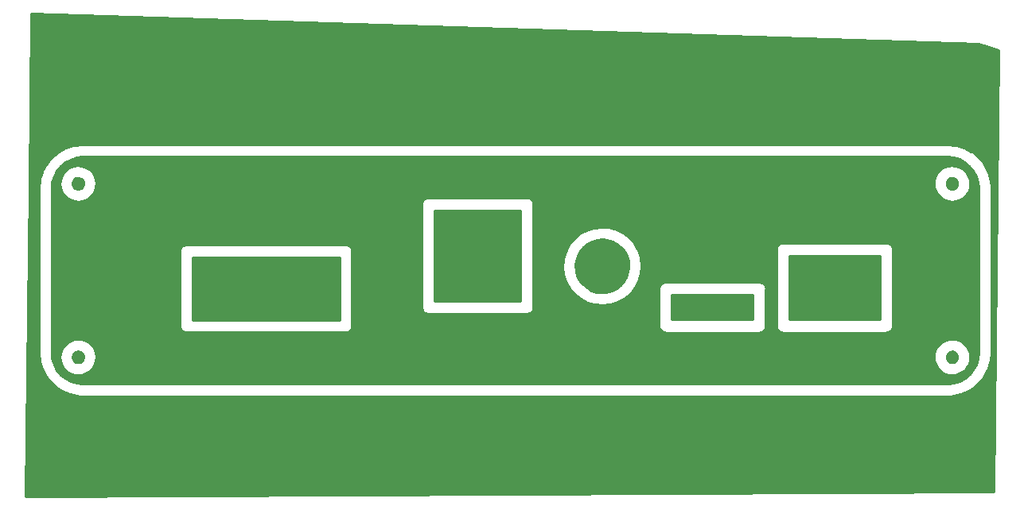
<source format=gbr>
%TF.GenerationSoftware,KiCad,Pcbnew,5.0.2+dfsg1-1*%
%TF.CreationDate,2021-08-12T08:10:28+08:00*%
%TF.ProjectId,shell_1,7368656c-6c5f-4312-9e6b-696361645f70,rev?*%
%TF.SameCoordinates,Original*%
%TF.FileFunction,Copper,L2,Bot*%
%TF.FilePolarity,Positive*%
%FSLAX46Y46*%
G04 Gerber Fmt 4.6, Leading zero omitted, Abs format (unit mm)*
G04 Created by KiCad (PCBNEW 5.0.2+dfsg1-1) date 2021年08月12日 星期四 08时10分28秒*
%MOMM*%
%LPD*%
G01*
G04 APERTURE LIST*
%TA.AperFunction,NonConductor*%
%ADD10C,0.254000*%
%TD*%
G04 APERTURE END LIST*
D10*
G36*
X199369227Y-88619997D02*
X201446384Y-89247975D01*
X200940748Y-136373217D01*
X97918512Y-136879967D01*
X98306096Y-103967582D01*
X99340000Y-103967582D01*
X99340001Y-121532419D01*
X99342988Y-121562744D01*
X99342813Y-121587743D01*
X99343713Y-121596914D01*
X99425315Y-122373302D01*
X99437338Y-122431871D01*
X99448551Y-122490657D01*
X99451215Y-122499479D01*
X99682063Y-123245229D01*
X99705238Y-123300359D01*
X99727652Y-123355838D01*
X99731979Y-123363974D01*
X100103282Y-124050684D01*
X100136727Y-124100268D01*
X100169487Y-124150331D01*
X100175311Y-124157472D01*
X100672924Y-124758983D01*
X100715376Y-124801140D01*
X100757223Y-124843873D01*
X100764318Y-124849741D01*
X100764324Y-124849747D01*
X100764331Y-124849751D01*
X101369294Y-125343148D01*
X101419087Y-125376230D01*
X101468476Y-125410048D01*
X101476583Y-125414430D01*
X102165867Y-125780930D01*
X102221182Y-125803729D01*
X102276154Y-125827290D01*
X102284957Y-125830015D01*
X103032302Y-126055652D01*
X103091011Y-126067277D01*
X103149494Y-126079708D01*
X103158657Y-126080671D01*
X103158659Y-126080671D01*
X103935596Y-126156850D01*
X103935598Y-126156850D01*
X103967581Y-126160000D01*
X196032419Y-126160000D01*
X196062753Y-126157012D01*
X196087743Y-126157187D01*
X196096914Y-126156287D01*
X196873302Y-126074685D01*
X196931871Y-126062662D01*
X196990657Y-126051449D01*
X196999479Y-126048785D01*
X197745229Y-125817937D01*
X197800359Y-125794762D01*
X197855838Y-125772348D01*
X197863974Y-125768021D01*
X198550684Y-125396718D01*
X198600268Y-125363273D01*
X198650331Y-125330513D01*
X198657472Y-125324689D01*
X199258983Y-124827076D01*
X199301140Y-124784624D01*
X199343873Y-124742777D01*
X199349741Y-124735682D01*
X199349747Y-124735676D01*
X199349751Y-124735669D01*
X199843148Y-124130706D01*
X199876230Y-124080913D01*
X199910048Y-124031524D01*
X199914430Y-124023417D01*
X200280930Y-123334133D01*
X200303729Y-123278818D01*
X200327290Y-123223846D01*
X200330015Y-123215043D01*
X200555652Y-122467698D01*
X200567277Y-122408989D01*
X200579708Y-122350506D01*
X200580671Y-122341341D01*
X200656850Y-121564404D01*
X200656850Y-121564402D01*
X200660000Y-121532419D01*
X200660000Y-103967581D01*
X200657012Y-103937247D01*
X200657187Y-103912257D01*
X200656287Y-103903086D01*
X200574685Y-103126699D01*
X200562658Y-103068106D01*
X200551448Y-103009342D01*
X200548785Y-103000520D01*
X200317937Y-102254771D01*
X200294749Y-102199608D01*
X200272347Y-102144162D01*
X200268021Y-102136026D01*
X199896718Y-101449316D01*
X199863279Y-101399741D01*
X199830514Y-101349670D01*
X199824689Y-101342529D01*
X199327076Y-100741017D01*
X199284621Y-100698858D01*
X199242776Y-100656127D01*
X199235676Y-100650253D01*
X198630705Y-100156852D01*
X198580904Y-100123764D01*
X198531524Y-100089953D01*
X198523418Y-100085570D01*
X197834133Y-99719071D01*
X197778839Y-99696280D01*
X197723846Y-99672710D01*
X197715043Y-99669985D01*
X196967698Y-99444348D01*
X196908995Y-99432725D01*
X196850506Y-99420292D01*
X196841342Y-99419329D01*
X196064404Y-99343150D01*
X196064402Y-99343150D01*
X196032419Y-99340000D01*
X103967581Y-99340000D01*
X103937247Y-99342988D01*
X103912257Y-99342813D01*
X103903086Y-99343713D01*
X103126699Y-99425315D01*
X103068106Y-99437342D01*
X103009342Y-99448552D01*
X103000520Y-99451215D01*
X102254771Y-99682063D01*
X102199608Y-99705251D01*
X102144162Y-99727653D01*
X102136026Y-99731979D01*
X101449316Y-100103282D01*
X101399741Y-100136721D01*
X101349670Y-100169486D01*
X101342529Y-100175311D01*
X100741017Y-100672924D01*
X100698863Y-100715374D01*
X100656127Y-100757224D01*
X100650253Y-100764324D01*
X100156852Y-101369295D01*
X100123764Y-101419096D01*
X100089953Y-101468476D01*
X100085570Y-101476582D01*
X99719071Y-102165867D01*
X99696280Y-102221161D01*
X99672710Y-102276154D01*
X99669985Y-102284957D01*
X99444348Y-103032302D01*
X99432725Y-103091005D01*
X99420292Y-103149494D01*
X99419329Y-103158658D01*
X99343150Y-103935596D01*
X99340000Y-103967582D01*
X98306096Y-103967582D01*
X98525065Y-85373505D01*
X199369227Y-88619997D01*
X199369227Y-88619997D01*
G37*
X199369227Y-88619997D02*
X201446384Y-89247975D01*
X200940748Y-136373217D01*
X97918512Y-136879967D01*
X98306096Y-103967582D01*
X99340000Y-103967582D01*
X99340001Y-121532419D01*
X99342988Y-121562744D01*
X99342813Y-121587743D01*
X99343713Y-121596914D01*
X99425315Y-122373302D01*
X99437338Y-122431871D01*
X99448551Y-122490657D01*
X99451215Y-122499479D01*
X99682063Y-123245229D01*
X99705238Y-123300359D01*
X99727652Y-123355838D01*
X99731979Y-123363974D01*
X100103282Y-124050684D01*
X100136727Y-124100268D01*
X100169487Y-124150331D01*
X100175311Y-124157472D01*
X100672924Y-124758983D01*
X100715376Y-124801140D01*
X100757223Y-124843873D01*
X100764318Y-124849741D01*
X100764324Y-124849747D01*
X100764331Y-124849751D01*
X101369294Y-125343148D01*
X101419087Y-125376230D01*
X101468476Y-125410048D01*
X101476583Y-125414430D01*
X102165867Y-125780930D01*
X102221182Y-125803729D01*
X102276154Y-125827290D01*
X102284957Y-125830015D01*
X103032302Y-126055652D01*
X103091011Y-126067277D01*
X103149494Y-126079708D01*
X103158657Y-126080671D01*
X103158659Y-126080671D01*
X103935596Y-126156850D01*
X103935598Y-126156850D01*
X103967581Y-126160000D01*
X196032419Y-126160000D01*
X196062753Y-126157012D01*
X196087743Y-126157187D01*
X196096914Y-126156287D01*
X196873302Y-126074685D01*
X196931871Y-126062662D01*
X196990657Y-126051449D01*
X196999479Y-126048785D01*
X197745229Y-125817937D01*
X197800359Y-125794762D01*
X197855838Y-125772348D01*
X197863974Y-125768021D01*
X198550684Y-125396718D01*
X198600268Y-125363273D01*
X198650331Y-125330513D01*
X198657472Y-125324689D01*
X199258983Y-124827076D01*
X199301140Y-124784624D01*
X199343873Y-124742777D01*
X199349741Y-124735682D01*
X199349747Y-124735676D01*
X199349751Y-124735669D01*
X199843148Y-124130706D01*
X199876230Y-124080913D01*
X199910048Y-124031524D01*
X199914430Y-124023417D01*
X200280930Y-123334133D01*
X200303729Y-123278818D01*
X200327290Y-123223846D01*
X200330015Y-123215043D01*
X200555652Y-122467698D01*
X200567277Y-122408989D01*
X200579708Y-122350506D01*
X200580671Y-122341341D01*
X200656850Y-121564404D01*
X200656850Y-121564402D01*
X200660000Y-121532419D01*
X200660000Y-103967581D01*
X200657012Y-103937247D01*
X200657187Y-103912257D01*
X200656287Y-103903086D01*
X200574685Y-103126699D01*
X200562658Y-103068106D01*
X200551448Y-103009342D01*
X200548785Y-103000520D01*
X200317937Y-102254771D01*
X200294749Y-102199608D01*
X200272347Y-102144162D01*
X200268021Y-102136026D01*
X199896718Y-101449316D01*
X199863279Y-101399741D01*
X199830514Y-101349670D01*
X199824689Y-101342529D01*
X199327076Y-100741017D01*
X199284621Y-100698858D01*
X199242776Y-100656127D01*
X199235676Y-100650253D01*
X198630705Y-100156852D01*
X198580904Y-100123764D01*
X198531524Y-100089953D01*
X198523418Y-100085570D01*
X197834133Y-99719071D01*
X197778839Y-99696280D01*
X197723846Y-99672710D01*
X197715043Y-99669985D01*
X196967698Y-99444348D01*
X196908995Y-99432725D01*
X196850506Y-99420292D01*
X196841342Y-99419329D01*
X196064404Y-99343150D01*
X196064402Y-99343150D01*
X196032419Y-99340000D01*
X103967581Y-99340000D01*
X103937247Y-99342988D01*
X103912257Y-99342813D01*
X103903086Y-99343713D01*
X103126699Y-99425315D01*
X103068106Y-99437342D01*
X103009342Y-99448552D01*
X103000520Y-99451215D01*
X102254771Y-99682063D01*
X102199608Y-99705251D01*
X102144162Y-99727653D01*
X102136026Y-99731979D01*
X101449316Y-100103282D01*
X101399741Y-100136721D01*
X101349670Y-100169486D01*
X101342529Y-100175311D01*
X100741017Y-100672924D01*
X100698863Y-100715374D01*
X100656127Y-100757224D01*
X100650253Y-100764324D01*
X100156852Y-101369295D01*
X100123764Y-101419096D01*
X100089953Y-101468476D01*
X100085570Y-101476582D01*
X99719071Y-102165867D01*
X99696280Y-102221161D01*
X99672710Y-102276154D01*
X99669985Y-102284957D01*
X99444348Y-103032302D01*
X99432725Y-103091005D01*
X99420292Y-103149494D01*
X99419329Y-103158658D01*
X99343150Y-103935596D01*
X99340000Y-103967582D01*
X98306096Y-103967582D01*
X98525065Y-85373505D01*
X199369227Y-88619997D01*
G36*
X196648126Y-100726714D02*
X197271572Y-100914943D01*
X197846579Y-101220681D01*
X198351247Y-101632279D01*
X198766362Y-102134067D01*
X199076105Y-102706924D01*
X199268682Y-103329039D01*
X199340001Y-104007594D01*
X199340000Y-121467721D01*
X199273286Y-122148126D01*
X199085057Y-122771570D01*
X198779323Y-123346573D01*
X198367721Y-123851248D01*
X197865933Y-124266362D01*
X197293077Y-124576104D01*
X196670961Y-124768682D01*
X195992417Y-124840000D01*
X104032279Y-124840000D01*
X103351874Y-124773286D01*
X102728430Y-124585057D01*
X102153427Y-124279323D01*
X101648752Y-123867721D01*
X101233638Y-123365933D01*
X100923896Y-122793077D01*
X100731318Y-122170961D01*
X100716182Y-122026947D01*
X101570188Y-122026947D01*
X101612175Y-122401270D01*
X101726069Y-122760308D01*
X101907531Y-123090386D01*
X102149650Y-123378932D01*
X102443203Y-123614955D01*
X102777009Y-123789465D01*
X103138354Y-123895814D01*
X103513474Y-123929953D01*
X103888080Y-123890580D01*
X104247905Y-123779196D01*
X104579242Y-123600043D01*
X104869472Y-123359944D01*
X105107538Y-123068046D01*
X105284374Y-122735466D01*
X105393243Y-122374872D01*
X105427357Y-122026947D01*
X194570188Y-122026947D01*
X194612175Y-122401270D01*
X194726069Y-122760308D01*
X194907531Y-123090386D01*
X195149650Y-123378932D01*
X195443203Y-123614955D01*
X195777009Y-123789465D01*
X196138354Y-123895814D01*
X196513474Y-123929953D01*
X196888080Y-123890580D01*
X197247905Y-123779196D01*
X197579242Y-123600043D01*
X197869472Y-123359944D01*
X198107538Y-123068046D01*
X198284374Y-122735466D01*
X198393243Y-122374872D01*
X198430000Y-122000000D01*
X198429248Y-121946111D01*
X198382038Y-121572411D01*
X198263143Y-121214998D01*
X198077090Y-120887486D01*
X197830966Y-120602348D01*
X197534146Y-120370447D01*
X197197935Y-120200615D01*
X196835141Y-120099321D01*
X196459581Y-120070423D01*
X196085561Y-120115023D01*
X195727326Y-120231420D01*
X195398523Y-120415182D01*
X195111674Y-120659309D01*
X194877706Y-120954503D01*
X194705531Y-121289520D01*
X194601707Y-121651598D01*
X194570188Y-122026947D01*
X105427357Y-122026947D01*
X105430000Y-122000000D01*
X105429248Y-121946111D01*
X105382038Y-121572411D01*
X105263143Y-121214998D01*
X105077090Y-120887486D01*
X104830966Y-120602348D01*
X104534146Y-120370447D01*
X104197935Y-120200615D01*
X103835141Y-120099321D01*
X103459581Y-120070423D01*
X103085561Y-120115023D01*
X102727326Y-120231420D01*
X102398523Y-120415182D01*
X102111674Y-120659309D01*
X101877706Y-120954503D01*
X101705531Y-121289520D01*
X101601707Y-121651598D01*
X101570188Y-122026947D01*
X100716182Y-122026947D01*
X100660000Y-121492417D01*
X100660000Y-110700000D01*
X114336807Y-110700000D01*
X114340000Y-110732419D01*
X114340001Y-118667571D01*
X114336807Y-118700000D01*
X114349550Y-118829383D01*
X114387290Y-118953793D01*
X114448575Y-119068450D01*
X114531052Y-119168948D01*
X114631550Y-119251425D01*
X114746207Y-119312710D01*
X114870617Y-119350450D01*
X114967581Y-119360000D01*
X115000000Y-119363193D01*
X115032419Y-119360000D01*
X131967581Y-119360000D01*
X132000000Y-119363193D01*
X132032419Y-119360000D01*
X132129383Y-119350450D01*
X132253793Y-119312710D01*
X132368450Y-119251425D01*
X132468948Y-119168948D01*
X132551425Y-119068450D01*
X132612710Y-118953793D01*
X132650450Y-118829383D01*
X132663193Y-118700000D01*
X132660000Y-118667581D01*
X132660000Y-110732419D01*
X132663193Y-110700000D01*
X132650450Y-110570617D01*
X132612710Y-110446207D01*
X132551425Y-110331550D01*
X132468948Y-110231052D01*
X132368450Y-110148575D01*
X132253793Y-110087290D01*
X132129383Y-110049550D01*
X132032419Y-110040000D01*
X132000000Y-110036807D01*
X131967581Y-110040000D01*
X115032419Y-110040000D01*
X115000000Y-110036807D01*
X114967581Y-110040000D01*
X114870617Y-110049550D01*
X114746207Y-110087290D01*
X114631550Y-110148575D01*
X114531052Y-110231052D01*
X114448575Y-110331550D01*
X114387290Y-110446207D01*
X114349550Y-110570617D01*
X114336807Y-110700000D01*
X100660000Y-110700000D01*
X100660000Y-105700000D01*
X140061686Y-105700000D01*
X140065001Y-105733657D01*
X140065000Y-116666353D01*
X140061686Y-116700000D01*
X140074912Y-116834283D01*
X140114081Y-116963406D01*
X140177688Y-117082407D01*
X140263289Y-117186711D01*
X140367593Y-117272312D01*
X140486594Y-117335919D01*
X140615717Y-117375088D01*
X140750000Y-117388314D01*
X140783647Y-117385000D01*
X151216353Y-117385000D01*
X151250000Y-117388314D01*
X151384283Y-117375088D01*
X151513406Y-117335919D01*
X151632407Y-117272312D01*
X151736711Y-117186711D01*
X151822312Y-117082407D01*
X151885919Y-116963406D01*
X151925088Y-116834283D01*
X151935000Y-116733647D01*
X151935000Y-116733646D01*
X151938314Y-116700000D01*
X151935000Y-116666353D01*
X151935000Y-112358362D01*
X155080407Y-112358362D01*
X155171343Y-113169071D01*
X155418014Y-113946677D01*
X155811026Y-114661562D01*
X156335407Y-115286496D01*
X156971186Y-115797675D01*
X157694144Y-116175629D01*
X158476746Y-116405961D01*
X159289182Y-116479898D01*
X160100506Y-116394625D01*
X160879815Y-116153388D01*
X161597426Y-115765377D01*
X162226006Y-115245371D01*
X162670799Y-114700000D01*
X165311686Y-114700000D01*
X165315000Y-114733647D01*
X165315001Y-118666343D01*
X165311686Y-118700000D01*
X165324912Y-118834283D01*
X165364081Y-118963406D01*
X165427688Y-119082407D01*
X165513289Y-119186711D01*
X165617593Y-119272312D01*
X165736594Y-119335919D01*
X165865717Y-119375088D01*
X165966353Y-119385000D01*
X166000000Y-119388314D01*
X166033647Y-119385000D01*
X175966353Y-119385000D01*
X176000000Y-119388314D01*
X176134283Y-119375088D01*
X176263406Y-119335919D01*
X176382407Y-119272312D01*
X176486711Y-119186711D01*
X176572312Y-119082407D01*
X176635919Y-118963406D01*
X176675088Y-118834283D01*
X176685000Y-118733647D01*
X176685000Y-118733646D01*
X176688314Y-118700000D01*
X176685000Y-118666353D01*
X176685000Y-114733647D01*
X176688314Y-114700000D01*
X176675088Y-114565717D01*
X176635919Y-114436594D01*
X176572312Y-114317593D01*
X176486711Y-114213289D01*
X176382407Y-114127688D01*
X176263406Y-114064081D01*
X176134283Y-114024912D01*
X176033647Y-114015000D01*
X176000000Y-114011686D01*
X175966353Y-114015000D01*
X166033647Y-114015000D01*
X166000000Y-114011686D01*
X165966353Y-114015000D01*
X165865717Y-114024912D01*
X165736594Y-114064081D01*
X165617593Y-114127688D01*
X165513289Y-114213289D01*
X165427688Y-114317593D01*
X165364081Y-114436594D01*
X165324912Y-114565717D01*
X165311686Y-114700000D01*
X162670799Y-114700000D01*
X162741611Y-114613177D01*
X163124602Y-113892874D01*
X163360393Y-113111900D01*
X163440000Y-112300000D01*
X163438370Y-112183288D01*
X163336124Y-111373927D01*
X163078620Y-110599841D01*
X163021903Y-110500000D01*
X177811686Y-110500000D01*
X177815001Y-110533657D01*
X177815000Y-118666353D01*
X177811686Y-118700000D01*
X177824912Y-118834283D01*
X177864081Y-118963406D01*
X177927688Y-119082407D01*
X178013289Y-119186711D01*
X178117593Y-119272312D01*
X178236594Y-119335919D01*
X178365717Y-119375088D01*
X178500000Y-119388314D01*
X178533647Y-119385000D01*
X189466353Y-119385000D01*
X189500000Y-119388314D01*
X189634283Y-119375088D01*
X189763406Y-119335919D01*
X189882407Y-119272312D01*
X189986711Y-119186711D01*
X190072312Y-119082407D01*
X190135919Y-118963406D01*
X190175088Y-118834283D01*
X190185000Y-118733647D01*
X190185000Y-118733646D01*
X190188314Y-118700000D01*
X190185000Y-118666353D01*
X190185000Y-110533647D01*
X190188314Y-110500000D01*
X190175088Y-110365717D01*
X190135919Y-110236594D01*
X190072312Y-110117593D01*
X189986711Y-110013289D01*
X189882407Y-109927688D01*
X189763406Y-109864081D01*
X189634283Y-109824912D01*
X189533647Y-109815000D01*
X189500000Y-109811686D01*
X189466353Y-109815000D01*
X178533647Y-109815000D01*
X178500000Y-109811686D01*
X178466353Y-109815000D01*
X178365717Y-109824912D01*
X178236594Y-109864081D01*
X178117593Y-109927688D01*
X178013289Y-110013289D01*
X177927688Y-110117593D01*
X177864081Y-110236594D01*
X177824912Y-110365717D01*
X177811686Y-110500000D01*
X163021903Y-110500000D01*
X162675666Y-109890513D01*
X162142610Y-109272962D01*
X161499756Y-108770709D01*
X160771591Y-108402887D01*
X159985849Y-108183504D01*
X159172461Y-108120917D01*
X158362406Y-108217510D01*
X157586541Y-108469604D01*
X156874417Y-108867596D01*
X156253160Y-109396328D01*
X155746432Y-110035660D01*
X155373534Y-110761239D01*
X155148671Y-111545430D01*
X155080407Y-112358362D01*
X151935000Y-112358362D01*
X151935000Y-105733647D01*
X151938314Y-105700000D01*
X151925088Y-105565717D01*
X151885919Y-105436594D01*
X151822312Y-105317593D01*
X151736711Y-105213289D01*
X151632407Y-105127688D01*
X151513406Y-105064081D01*
X151384283Y-105024912D01*
X151283647Y-105015000D01*
X151250000Y-105011686D01*
X151216353Y-105015000D01*
X140783647Y-105015000D01*
X140750000Y-105011686D01*
X140716353Y-105015000D01*
X140615717Y-105024912D01*
X140486594Y-105064081D01*
X140367593Y-105127688D01*
X140263289Y-105213289D01*
X140177688Y-105317593D01*
X140114081Y-105436594D01*
X140074912Y-105565717D01*
X140061686Y-105700000D01*
X100660000Y-105700000D01*
X100660000Y-104032278D01*
X100709547Y-103526947D01*
X101570188Y-103526947D01*
X101612175Y-103901270D01*
X101726069Y-104260308D01*
X101907531Y-104590386D01*
X102149650Y-104878932D01*
X102443203Y-105114955D01*
X102777009Y-105289465D01*
X103138354Y-105395814D01*
X103513474Y-105429953D01*
X103888080Y-105390580D01*
X104247905Y-105279196D01*
X104579242Y-105100043D01*
X104869472Y-104859944D01*
X105107538Y-104568046D01*
X105284374Y-104235466D01*
X105393243Y-103874872D01*
X105427357Y-103526947D01*
X194570188Y-103526947D01*
X194612175Y-103901270D01*
X194726069Y-104260308D01*
X194907531Y-104590386D01*
X195149650Y-104878932D01*
X195443203Y-105114955D01*
X195777009Y-105289465D01*
X196138354Y-105395814D01*
X196513474Y-105429953D01*
X196888080Y-105390580D01*
X197247905Y-105279196D01*
X197579242Y-105100043D01*
X197869472Y-104859944D01*
X198107538Y-104568046D01*
X198284374Y-104235466D01*
X198393243Y-103874872D01*
X198430000Y-103500000D01*
X198429248Y-103446111D01*
X198382038Y-103072411D01*
X198263143Y-102714998D01*
X198077090Y-102387486D01*
X197830966Y-102102348D01*
X197534146Y-101870447D01*
X197197935Y-101700615D01*
X196835141Y-101599321D01*
X196459581Y-101570423D01*
X196085561Y-101615023D01*
X195727326Y-101731420D01*
X195398523Y-101915182D01*
X195111674Y-102159309D01*
X194877706Y-102454503D01*
X194705531Y-102789520D01*
X194601707Y-103151598D01*
X194570188Y-103526947D01*
X105427357Y-103526947D01*
X105430000Y-103500000D01*
X105429248Y-103446111D01*
X105382038Y-103072411D01*
X105263143Y-102714998D01*
X105077090Y-102387486D01*
X104830966Y-102102348D01*
X104534146Y-101870447D01*
X104197935Y-101700615D01*
X103835141Y-101599321D01*
X103459581Y-101570423D01*
X103085561Y-101615023D01*
X102727326Y-101731420D01*
X102398523Y-101915182D01*
X102111674Y-102159309D01*
X101877706Y-102454503D01*
X101705531Y-102789520D01*
X101601707Y-103151598D01*
X101570188Y-103526947D01*
X100709547Y-103526947D01*
X100726714Y-103351874D01*
X100914943Y-102728428D01*
X101220681Y-102153421D01*
X101632279Y-101648753D01*
X102134067Y-101233638D01*
X102706924Y-100923895D01*
X103329039Y-100731318D01*
X104007584Y-100660000D01*
X195967722Y-100660000D01*
X196648126Y-100726714D01*
X196648126Y-100726714D01*
G37*
X196648126Y-100726714D02*
X197271572Y-100914943D01*
X197846579Y-101220681D01*
X198351247Y-101632279D01*
X198766362Y-102134067D01*
X199076105Y-102706924D01*
X199268682Y-103329039D01*
X199340001Y-104007594D01*
X199340000Y-121467721D01*
X199273286Y-122148126D01*
X199085057Y-122771570D01*
X198779323Y-123346573D01*
X198367721Y-123851248D01*
X197865933Y-124266362D01*
X197293077Y-124576104D01*
X196670961Y-124768682D01*
X195992417Y-124840000D01*
X104032279Y-124840000D01*
X103351874Y-124773286D01*
X102728430Y-124585057D01*
X102153427Y-124279323D01*
X101648752Y-123867721D01*
X101233638Y-123365933D01*
X100923896Y-122793077D01*
X100731318Y-122170961D01*
X100716182Y-122026947D01*
X101570188Y-122026947D01*
X101612175Y-122401270D01*
X101726069Y-122760308D01*
X101907531Y-123090386D01*
X102149650Y-123378932D01*
X102443203Y-123614955D01*
X102777009Y-123789465D01*
X103138354Y-123895814D01*
X103513474Y-123929953D01*
X103888080Y-123890580D01*
X104247905Y-123779196D01*
X104579242Y-123600043D01*
X104869472Y-123359944D01*
X105107538Y-123068046D01*
X105284374Y-122735466D01*
X105393243Y-122374872D01*
X105427357Y-122026947D01*
X194570188Y-122026947D01*
X194612175Y-122401270D01*
X194726069Y-122760308D01*
X194907531Y-123090386D01*
X195149650Y-123378932D01*
X195443203Y-123614955D01*
X195777009Y-123789465D01*
X196138354Y-123895814D01*
X196513474Y-123929953D01*
X196888080Y-123890580D01*
X197247905Y-123779196D01*
X197579242Y-123600043D01*
X197869472Y-123359944D01*
X198107538Y-123068046D01*
X198284374Y-122735466D01*
X198393243Y-122374872D01*
X198430000Y-122000000D01*
X198429248Y-121946111D01*
X198382038Y-121572411D01*
X198263143Y-121214998D01*
X198077090Y-120887486D01*
X197830966Y-120602348D01*
X197534146Y-120370447D01*
X197197935Y-120200615D01*
X196835141Y-120099321D01*
X196459581Y-120070423D01*
X196085561Y-120115023D01*
X195727326Y-120231420D01*
X195398523Y-120415182D01*
X195111674Y-120659309D01*
X194877706Y-120954503D01*
X194705531Y-121289520D01*
X194601707Y-121651598D01*
X194570188Y-122026947D01*
X105427357Y-122026947D01*
X105430000Y-122000000D01*
X105429248Y-121946111D01*
X105382038Y-121572411D01*
X105263143Y-121214998D01*
X105077090Y-120887486D01*
X104830966Y-120602348D01*
X104534146Y-120370447D01*
X104197935Y-120200615D01*
X103835141Y-120099321D01*
X103459581Y-120070423D01*
X103085561Y-120115023D01*
X102727326Y-120231420D01*
X102398523Y-120415182D01*
X102111674Y-120659309D01*
X101877706Y-120954503D01*
X101705531Y-121289520D01*
X101601707Y-121651598D01*
X101570188Y-122026947D01*
X100716182Y-122026947D01*
X100660000Y-121492417D01*
X100660000Y-110700000D01*
X114336807Y-110700000D01*
X114340000Y-110732419D01*
X114340001Y-118667571D01*
X114336807Y-118700000D01*
X114349550Y-118829383D01*
X114387290Y-118953793D01*
X114448575Y-119068450D01*
X114531052Y-119168948D01*
X114631550Y-119251425D01*
X114746207Y-119312710D01*
X114870617Y-119350450D01*
X114967581Y-119360000D01*
X115000000Y-119363193D01*
X115032419Y-119360000D01*
X131967581Y-119360000D01*
X132000000Y-119363193D01*
X132032419Y-119360000D01*
X132129383Y-119350450D01*
X132253793Y-119312710D01*
X132368450Y-119251425D01*
X132468948Y-119168948D01*
X132551425Y-119068450D01*
X132612710Y-118953793D01*
X132650450Y-118829383D01*
X132663193Y-118700000D01*
X132660000Y-118667581D01*
X132660000Y-110732419D01*
X132663193Y-110700000D01*
X132650450Y-110570617D01*
X132612710Y-110446207D01*
X132551425Y-110331550D01*
X132468948Y-110231052D01*
X132368450Y-110148575D01*
X132253793Y-110087290D01*
X132129383Y-110049550D01*
X132032419Y-110040000D01*
X132000000Y-110036807D01*
X131967581Y-110040000D01*
X115032419Y-110040000D01*
X115000000Y-110036807D01*
X114967581Y-110040000D01*
X114870617Y-110049550D01*
X114746207Y-110087290D01*
X114631550Y-110148575D01*
X114531052Y-110231052D01*
X114448575Y-110331550D01*
X114387290Y-110446207D01*
X114349550Y-110570617D01*
X114336807Y-110700000D01*
X100660000Y-110700000D01*
X100660000Y-105700000D01*
X140061686Y-105700000D01*
X140065001Y-105733657D01*
X140065000Y-116666353D01*
X140061686Y-116700000D01*
X140074912Y-116834283D01*
X140114081Y-116963406D01*
X140177688Y-117082407D01*
X140263289Y-117186711D01*
X140367593Y-117272312D01*
X140486594Y-117335919D01*
X140615717Y-117375088D01*
X140750000Y-117388314D01*
X140783647Y-117385000D01*
X151216353Y-117385000D01*
X151250000Y-117388314D01*
X151384283Y-117375088D01*
X151513406Y-117335919D01*
X151632407Y-117272312D01*
X151736711Y-117186711D01*
X151822312Y-117082407D01*
X151885919Y-116963406D01*
X151925088Y-116834283D01*
X151935000Y-116733647D01*
X151935000Y-116733646D01*
X151938314Y-116700000D01*
X151935000Y-116666353D01*
X151935000Y-112358362D01*
X155080407Y-112358362D01*
X155171343Y-113169071D01*
X155418014Y-113946677D01*
X155811026Y-114661562D01*
X156335407Y-115286496D01*
X156971186Y-115797675D01*
X157694144Y-116175629D01*
X158476746Y-116405961D01*
X159289182Y-116479898D01*
X160100506Y-116394625D01*
X160879815Y-116153388D01*
X161597426Y-115765377D01*
X162226006Y-115245371D01*
X162670799Y-114700000D01*
X165311686Y-114700000D01*
X165315000Y-114733647D01*
X165315001Y-118666343D01*
X165311686Y-118700000D01*
X165324912Y-118834283D01*
X165364081Y-118963406D01*
X165427688Y-119082407D01*
X165513289Y-119186711D01*
X165617593Y-119272312D01*
X165736594Y-119335919D01*
X165865717Y-119375088D01*
X165966353Y-119385000D01*
X166000000Y-119388314D01*
X166033647Y-119385000D01*
X175966353Y-119385000D01*
X176000000Y-119388314D01*
X176134283Y-119375088D01*
X176263406Y-119335919D01*
X176382407Y-119272312D01*
X176486711Y-119186711D01*
X176572312Y-119082407D01*
X176635919Y-118963406D01*
X176675088Y-118834283D01*
X176685000Y-118733647D01*
X176685000Y-118733646D01*
X176688314Y-118700000D01*
X176685000Y-118666353D01*
X176685000Y-114733647D01*
X176688314Y-114700000D01*
X176675088Y-114565717D01*
X176635919Y-114436594D01*
X176572312Y-114317593D01*
X176486711Y-114213289D01*
X176382407Y-114127688D01*
X176263406Y-114064081D01*
X176134283Y-114024912D01*
X176033647Y-114015000D01*
X176000000Y-114011686D01*
X175966353Y-114015000D01*
X166033647Y-114015000D01*
X166000000Y-114011686D01*
X165966353Y-114015000D01*
X165865717Y-114024912D01*
X165736594Y-114064081D01*
X165617593Y-114127688D01*
X165513289Y-114213289D01*
X165427688Y-114317593D01*
X165364081Y-114436594D01*
X165324912Y-114565717D01*
X165311686Y-114700000D01*
X162670799Y-114700000D01*
X162741611Y-114613177D01*
X163124602Y-113892874D01*
X163360393Y-113111900D01*
X163440000Y-112300000D01*
X163438370Y-112183288D01*
X163336124Y-111373927D01*
X163078620Y-110599841D01*
X163021903Y-110500000D01*
X177811686Y-110500000D01*
X177815001Y-110533657D01*
X177815000Y-118666353D01*
X177811686Y-118700000D01*
X177824912Y-118834283D01*
X177864081Y-118963406D01*
X177927688Y-119082407D01*
X178013289Y-119186711D01*
X178117593Y-119272312D01*
X178236594Y-119335919D01*
X178365717Y-119375088D01*
X178500000Y-119388314D01*
X178533647Y-119385000D01*
X189466353Y-119385000D01*
X189500000Y-119388314D01*
X189634283Y-119375088D01*
X189763406Y-119335919D01*
X189882407Y-119272312D01*
X189986711Y-119186711D01*
X190072312Y-119082407D01*
X190135919Y-118963406D01*
X190175088Y-118834283D01*
X190185000Y-118733647D01*
X190185000Y-118733646D01*
X190188314Y-118700000D01*
X190185000Y-118666353D01*
X190185000Y-110533647D01*
X190188314Y-110500000D01*
X190175088Y-110365717D01*
X190135919Y-110236594D01*
X190072312Y-110117593D01*
X189986711Y-110013289D01*
X189882407Y-109927688D01*
X189763406Y-109864081D01*
X189634283Y-109824912D01*
X189533647Y-109815000D01*
X189500000Y-109811686D01*
X189466353Y-109815000D01*
X178533647Y-109815000D01*
X178500000Y-109811686D01*
X178466353Y-109815000D01*
X178365717Y-109824912D01*
X178236594Y-109864081D01*
X178117593Y-109927688D01*
X178013289Y-110013289D01*
X177927688Y-110117593D01*
X177864081Y-110236594D01*
X177824912Y-110365717D01*
X177811686Y-110500000D01*
X163021903Y-110500000D01*
X162675666Y-109890513D01*
X162142610Y-109272962D01*
X161499756Y-108770709D01*
X160771591Y-108402887D01*
X159985849Y-108183504D01*
X159172461Y-108120917D01*
X158362406Y-108217510D01*
X157586541Y-108469604D01*
X156874417Y-108867596D01*
X156253160Y-109396328D01*
X155746432Y-110035660D01*
X155373534Y-110761239D01*
X155148671Y-111545430D01*
X155080407Y-112358362D01*
X151935000Y-112358362D01*
X151935000Y-105733647D01*
X151938314Y-105700000D01*
X151925088Y-105565717D01*
X151885919Y-105436594D01*
X151822312Y-105317593D01*
X151736711Y-105213289D01*
X151632407Y-105127688D01*
X151513406Y-105064081D01*
X151384283Y-105024912D01*
X151283647Y-105015000D01*
X151250000Y-105011686D01*
X151216353Y-105015000D01*
X140783647Y-105015000D01*
X140750000Y-105011686D01*
X140716353Y-105015000D01*
X140615717Y-105024912D01*
X140486594Y-105064081D01*
X140367593Y-105127688D01*
X140263289Y-105213289D01*
X140177688Y-105317593D01*
X140114081Y-105436594D01*
X140074912Y-105565717D01*
X140061686Y-105700000D01*
X100660000Y-105700000D01*
X100660000Y-104032278D01*
X100709547Y-103526947D01*
X101570188Y-103526947D01*
X101612175Y-103901270D01*
X101726069Y-104260308D01*
X101907531Y-104590386D01*
X102149650Y-104878932D01*
X102443203Y-105114955D01*
X102777009Y-105289465D01*
X103138354Y-105395814D01*
X103513474Y-105429953D01*
X103888080Y-105390580D01*
X104247905Y-105279196D01*
X104579242Y-105100043D01*
X104869472Y-104859944D01*
X105107538Y-104568046D01*
X105284374Y-104235466D01*
X105393243Y-103874872D01*
X105427357Y-103526947D01*
X194570188Y-103526947D01*
X194612175Y-103901270D01*
X194726069Y-104260308D01*
X194907531Y-104590386D01*
X195149650Y-104878932D01*
X195443203Y-105114955D01*
X195777009Y-105289465D01*
X196138354Y-105395814D01*
X196513474Y-105429953D01*
X196888080Y-105390580D01*
X197247905Y-105279196D01*
X197579242Y-105100043D01*
X197869472Y-104859944D01*
X198107538Y-104568046D01*
X198284374Y-104235466D01*
X198393243Y-103874872D01*
X198430000Y-103500000D01*
X198429248Y-103446111D01*
X198382038Y-103072411D01*
X198263143Y-102714998D01*
X198077090Y-102387486D01*
X197830966Y-102102348D01*
X197534146Y-101870447D01*
X197197935Y-101700615D01*
X196835141Y-101599321D01*
X196459581Y-101570423D01*
X196085561Y-101615023D01*
X195727326Y-101731420D01*
X195398523Y-101915182D01*
X195111674Y-102159309D01*
X194877706Y-102454503D01*
X194705531Y-102789520D01*
X194601707Y-103151598D01*
X194570188Y-103526947D01*
X105427357Y-103526947D01*
X105430000Y-103500000D01*
X105429248Y-103446111D01*
X105382038Y-103072411D01*
X105263143Y-102714998D01*
X105077090Y-102387486D01*
X104830966Y-102102348D01*
X104534146Y-101870447D01*
X104197935Y-101700615D01*
X103835141Y-101599321D01*
X103459581Y-101570423D01*
X103085561Y-101615023D01*
X102727326Y-101731420D01*
X102398523Y-101915182D01*
X102111674Y-102159309D01*
X101877706Y-102454503D01*
X101705531Y-102789520D01*
X101601707Y-103151598D01*
X101570188Y-103526947D01*
X100709547Y-103526947D01*
X100726714Y-103351874D01*
X100914943Y-102728428D01*
X101220681Y-102153421D01*
X101632279Y-101648753D01*
X102134067Y-101233638D01*
X102706924Y-100923895D01*
X103329039Y-100731318D01*
X104007584Y-100660000D01*
X195967722Y-100660000D01*
X196648126Y-100726714D01*
G36*
X103618636Y-121422051D02*
X103728634Y-121456101D01*
X103829924Y-121510868D01*
X103918647Y-121584266D01*
X103991424Y-121673499D01*
X104045482Y-121775168D01*
X104078764Y-121885402D01*
X104090000Y-122000000D01*
X104089770Y-122016474D01*
X104075338Y-122130714D01*
X104038992Y-122239975D01*
X103982115Y-122340095D01*
X103906876Y-122427261D01*
X103816138Y-122498153D01*
X103713358Y-122550071D01*
X103602452Y-122581037D01*
X103487644Y-122589871D01*
X103373306Y-122576237D01*
X103263794Y-122540654D01*
X103163279Y-122484478D01*
X103075590Y-122409848D01*
X103004066Y-122319608D01*
X102951432Y-122217193D01*
X102919693Y-122106506D01*
X102910058Y-121991762D01*
X102922893Y-121877332D01*
X102957710Y-121767574D01*
X103013183Y-121666669D01*
X103087199Y-121578461D01*
X103176938Y-121506309D01*
X103278982Y-121452962D01*
X103389445Y-121420451D01*
X103504119Y-121410014D01*
X103618636Y-121422051D01*
X103618636Y-121422051D01*
G37*
X103618636Y-121422051D02*
X103728634Y-121456101D01*
X103829924Y-121510868D01*
X103918647Y-121584266D01*
X103991424Y-121673499D01*
X104045482Y-121775168D01*
X104078764Y-121885402D01*
X104090000Y-122000000D01*
X104089770Y-122016474D01*
X104075338Y-122130714D01*
X104038992Y-122239975D01*
X103982115Y-122340095D01*
X103906876Y-122427261D01*
X103816138Y-122498153D01*
X103713358Y-122550071D01*
X103602452Y-122581037D01*
X103487644Y-122589871D01*
X103373306Y-122576237D01*
X103263794Y-122540654D01*
X103163279Y-122484478D01*
X103075590Y-122409848D01*
X103004066Y-122319608D01*
X102951432Y-122217193D01*
X102919693Y-122106506D01*
X102910058Y-121991762D01*
X102922893Y-121877332D01*
X102957710Y-121767574D01*
X103013183Y-121666669D01*
X103087199Y-121578461D01*
X103176938Y-121506309D01*
X103278982Y-121452962D01*
X103389445Y-121420451D01*
X103504119Y-121410014D01*
X103618636Y-121422051D01*
G36*
X196618636Y-121422051D02*
X196728634Y-121456101D01*
X196829924Y-121510868D01*
X196918647Y-121584266D01*
X196991424Y-121673499D01*
X197045482Y-121775168D01*
X197078764Y-121885402D01*
X197090000Y-122000000D01*
X197089770Y-122016474D01*
X197075338Y-122130714D01*
X197038992Y-122239975D01*
X196982115Y-122340095D01*
X196906876Y-122427261D01*
X196816138Y-122498153D01*
X196713358Y-122550071D01*
X196602452Y-122581037D01*
X196487644Y-122589871D01*
X196373306Y-122576237D01*
X196263794Y-122540654D01*
X196163279Y-122484478D01*
X196075590Y-122409848D01*
X196004066Y-122319608D01*
X195951432Y-122217193D01*
X195919693Y-122106506D01*
X195910058Y-121991762D01*
X195922893Y-121877332D01*
X195957710Y-121767574D01*
X196013183Y-121666669D01*
X196087199Y-121578461D01*
X196176938Y-121506309D01*
X196278982Y-121452962D01*
X196389445Y-121420451D01*
X196504119Y-121410014D01*
X196618636Y-121422051D01*
X196618636Y-121422051D01*
G37*
X196618636Y-121422051D02*
X196728634Y-121456101D01*
X196829924Y-121510868D01*
X196918647Y-121584266D01*
X196991424Y-121673499D01*
X197045482Y-121775168D01*
X197078764Y-121885402D01*
X197090000Y-122000000D01*
X197089770Y-122016474D01*
X197075338Y-122130714D01*
X197038992Y-122239975D01*
X196982115Y-122340095D01*
X196906876Y-122427261D01*
X196816138Y-122498153D01*
X196713358Y-122550071D01*
X196602452Y-122581037D01*
X196487644Y-122589871D01*
X196373306Y-122576237D01*
X196263794Y-122540654D01*
X196163279Y-122484478D01*
X196075590Y-122409848D01*
X196004066Y-122319608D01*
X195951432Y-122217193D01*
X195919693Y-122106506D01*
X195910058Y-121991762D01*
X195922893Y-121877332D01*
X195957710Y-121767574D01*
X196013183Y-121666669D01*
X196087199Y-121578461D01*
X196176938Y-121506309D01*
X196278982Y-121452962D01*
X196389445Y-121420451D01*
X196504119Y-121410014D01*
X196618636Y-121422051D01*
G36*
X175315001Y-118015000D02*
X166685000Y-118015000D01*
X166685000Y-115385000D01*
X175315000Y-115385000D01*
X175315001Y-118015000D01*
X175315001Y-118015000D01*
G37*
X175315001Y-118015000D02*
X166685000Y-118015000D01*
X166685000Y-115385000D01*
X175315000Y-115385000D01*
X175315001Y-118015000D01*
G36*
X188815001Y-118015000D02*
X179185000Y-118015000D01*
X179185000Y-111185000D01*
X188815000Y-111185000D01*
X188815001Y-118015000D01*
X188815001Y-118015000D01*
G37*
X188815001Y-118015000D02*
X179185000Y-118015000D01*
X179185000Y-111185000D01*
X188815000Y-111185000D01*
X188815001Y-118015000D01*
G36*
X131340000Y-118040000D02*
X115660000Y-118040000D01*
X115660000Y-111360000D01*
X131340001Y-111360000D01*
X131340000Y-118040000D01*
X131340000Y-118040000D01*
G37*
X131340000Y-118040000D02*
X115660000Y-118040000D01*
X115660000Y-111360000D01*
X131340001Y-111360000D01*
X131340000Y-118040000D01*
G36*
X150565001Y-116015000D02*
X141435000Y-116015000D01*
X141435000Y-106385000D01*
X150565000Y-106385000D01*
X150565001Y-116015000D01*
X150565001Y-116015000D01*
G37*
X150565001Y-116015000D02*
X141435000Y-116015000D01*
X141435000Y-106385000D01*
X150565000Y-106385000D01*
X150565001Y-116015000D01*
G36*
X159831061Y-109518006D02*
X160360544Y-109681909D01*
X160848108Y-109945533D01*
X161275181Y-110298839D01*
X161625496Y-110728368D01*
X161885711Y-111217760D01*
X162045913Y-111748374D01*
X162100000Y-112300000D01*
X162098893Y-112379297D01*
X162029424Y-112929198D01*
X161854469Y-113455132D01*
X161580692Y-113937068D01*
X161218520Y-114356648D01*
X160781748Y-114697891D01*
X160287014Y-114947800D01*
X159753161Y-115096854D01*
X159200524Y-115139377D01*
X158650152Y-115073749D01*
X158123009Y-114902470D01*
X157639173Y-114632064D01*
X157217075Y-114272830D01*
X156872791Y-113838451D01*
X156619435Y-113345474D01*
X156466657Y-112812674D01*
X156420277Y-112260347D01*
X156482061Y-111709531D01*
X156649656Y-111181205D01*
X156916678Y-110695494D01*
X157272956Y-110270898D01*
X157704920Y-109923589D01*
X158196117Y-109666798D01*
X158727837Y-109510304D01*
X159279827Y-109460069D01*
X159831061Y-109518006D01*
X159831061Y-109518006D01*
G37*
X159831061Y-109518006D02*
X160360544Y-109681909D01*
X160848108Y-109945533D01*
X161275181Y-110298839D01*
X161625496Y-110728368D01*
X161885711Y-111217760D01*
X162045913Y-111748374D01*
X162100000Y-112300000D01*
X162098893Y-112379297D01*
X162029424Y-112929198D01*
X161854469Y-113455132D01*
X161580692Y-113937068D01*
X161218520Y-114356648D01*
X160781748Y-114697891D01*
X160287014Y-114947800D01*
X159753161Y-115096854D01*
X159200524Y-115139377D01*
X158650152Y-115073749D01*
X158123009Y-114902470D01*
X157639173Y-114632064D01*
X157217075Y-114272830D01*
X156872791Y-113838451D01*
X156619435Y-113345474D01*
X156466657Y-112812674D01*
X156420277Y-112260347D01*
X156482061Y-111709531D01*
X156649656Y-111181205D01*
X156916678Y-110695494D01*
X157272956Y-110270898D01*
X157704920Y-109923589D01*
X158196117Y-109666798D01*
X158727837Y-109510304D01*
X159279827Y-109460069D01*
X159831061Y-109518006D01*
G36*
X103618636Y-102922051D02*
X103728634Y-102956101D01*
X103829924Y-103010868D01*
X103918647Y-103084266D01*
X103991424Y-103173499D01*
X104045482Y-103275168D01*
X104078764Y-103385402D01*
X104090000Y-103500000D01*
X104089770Y-103516474D01*
X104075338Y-103630714D01*
X104038992Y-103739975D01*
X103982115Y-103840095D01*
X103906876Y-103927261D01*
X103816138Y-103998153D01*
X103713358Y-104050071D01*
X103602452Y-104081037D01*
X103487644Y-104089871D01*
X103373306Y-104076237D01*
X103263794Y-104040654D01*
X103163279Y-103984478D01*
X103075590Y-103909848D01*
X103004066Y-103819608D01*
X102951432Y-103717193D01*
X102919693Y-103606506D01*
X102910058Y-103491762D01*
X102922893Y-103377332D01*
X102957710Y-103267574D01*
X103013183Y-103166669D01*
X103087199Y-103078461D01*
X103176938Y-103006309D01*
X103278982Y-102952962D01*
X103389445Y-102920451D01*
X103504119Y-102910014D01*
X103618636Y-102922051D01*
X103618636Y-102922051D01*
G37*
X103618636Y-102922051D02*
X103728634Y-102956101D01*
X103829924Y-103010868D01*
X103918647Y-103084266D01*
X103991424Y-103173499D01*
X104045482Y-103275168D01*
X104078764Y-103385402D01*
X104090000Y-103500000D01*
X104089770Y-103516474D01*
X104075338Y-103630714D01*
X104038992Y-103739975D01*
X103982115Y-103840095D01*
X103906876Y-103927261D01*
X103816138Y-103998153D01*
X103713358Y-104050071D01*
X103602452Y-104081037D01*
X103487644Y-104089871D01*
X103373306Y-104076237D01*
X103263794Y-104040654D01*
X103163279Y-103984478D01*
X103075590Y-103909848D01*
X103004066Y-103819608D01*
X102951432Y-103717193D01*
X102919693Y-103606506D01*
X102910058Y-103491762D01*
X102922893Y-103377332D01*
X102957710Y-103267574D01*
X103013183Y-103166669D01*
X103087199Y-103078461D01*
X103176938Y-103006309D01*
X103278982Y-102952962D01*
X103389445Y-102920451D01*
X103504119Y-102910014D01*
X103618636Y-102922051D01*
G36*
X196618636Y-102922051D02*
X196728634Y-102956101D01*
X196829924Y-103010868D01*
X196918647Y-103084266D01*
X196991424Y-103173499D01*
X197045482Y-103275168D01*
X197078764Y-103385402D01*
X197090000Y-103500000D01*
X197089770Y-103516474D01*
X197075338Y-103630714D01*
X197038992Y-103739975D01*
X196982115Y-103840095D01*
X196906876Y-103927261D01*
X196816138Y-103998153D01*
X196713358Y-104050071D01*
X196602452Y-104081037D01*
X196487644Y-104089871D01*
X196373306Y-104076237D01*
X196263794Y-104040654D01*
X196163279Y-103984478D01*
X196075590Y-103909848D01*
X196004066Y-103819608D01*
X195951432Y-103717193D01*
X195919693Y-103606506D01*
X195910058Y-103491762D01*
X195922893Y-103377332D01*
X195957710Y-103267574D01*
X196013183Y-103166669D01*
X196087199Y-103078461D01*
X196176938Y-103006309D01*
X196278982Y-102952962D01*
X196389445Y-102920451D01*
X196504119Y-102910014D01*
X196618636Y-102922051D01*
X196618636Y-102922051D01*
G37*
X196618636Y-102922051D02*
X196728634Y-102956101D01*
X196829924Y-103010868D01*
X196918647Y-103084266D01*
X196991424Y-103173499D01*
X197045482Y-103275168D01*
X197078764Y-103385402D01*
X197090000Y-103500000D01*
X197089770Y-103516474D01*
X197075338Y-103630714D01*
X197038992Y-103739975D01*
X196982115Y-103840095D01*
X196906876Y-103927261D01*
X196816138Y-103998153D01*
X196713358Y-104050071D01*
X196602452Y-104081037D01*
X196487644Y-104089871D01*
X196373306Y-104076237D01*
X196263794Y-104040654D01*
X196163279Y-103984478D01*
X196075590Y-103909848D01*
X196004066Y-103819608D01*
X195951432Y-103717193D01*
X195919693Y-103606506D01*
X195910058Y-103491762D01*
X195922893Y-103377332D01*
X195957710Y-103267574D01*
X196013183Y-103166669D01*
X196087199Y-103078461D01*
X196176938Y-103006309D01*
X196278982Y-102952962D01*
X196389445Y-102920451D01*
X196504119Y-102910014D01*
X196618636Y-102922051D01*
M02*

</source>
